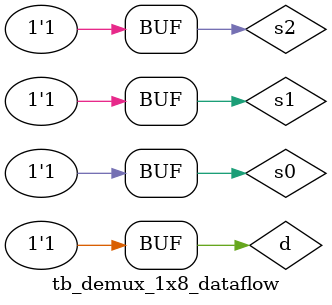
<source format=v>
module tb_demux_1x8_dataflow;
    reg d, s0, s1, s2;
    wire y0, y1, y2, y3, y4, y5, y6, y7;

    demux_1x8_dataflow uut(d, s0, s1, s2, y0, y1, y2, y3, y4, y5, y6, y7);

    initial 
    begin
        d = 1'b1; // Set input data to 1

        s2 = 0; s1 = 0; s0 = 0; #5; // Output should be y0
        s2 = 0; s1 = 0; s0 = 1; #5; // Output should be y1
        s2 = 0; s1 = 1; s0 = 0; #5; // Output should be y2
        s2 = 0; s1 = 1; s0 = 1; #5; // Output should be y3
        s2 = 1; s1 = 0; s0 = 0; #5; // Output should be y4
        s2 = 1; s1 = 0; s0 = 1; #5; // Output should be y5
        s2 = 1; s1 = 1; s0 = 0; #5; // Output should be y6
        s2 = 1; s1 = 1; s0 = 1; #5; // Output should be y7
    end
endmodule 
</source>
